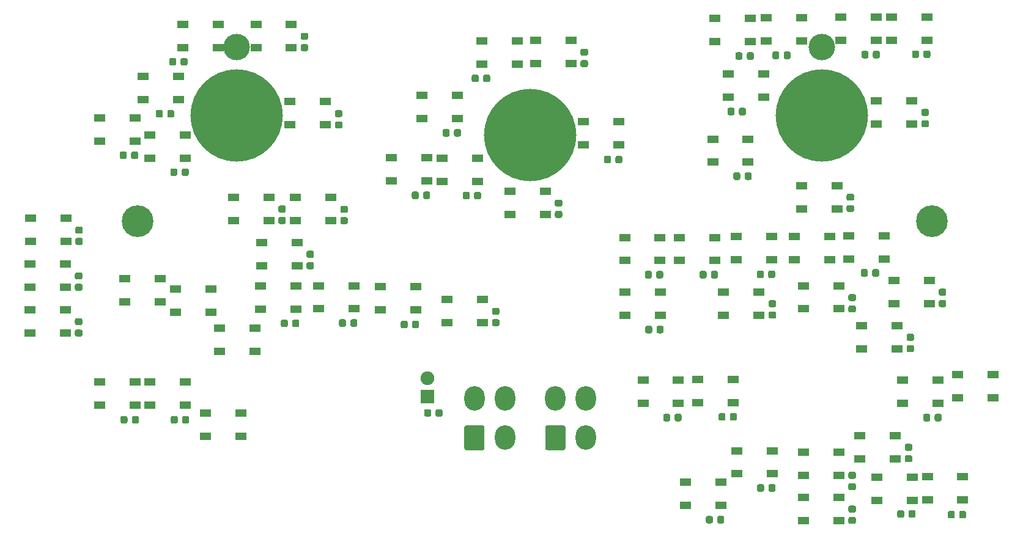
<source format=gbr>
G04 #@! TF.GenerationSoftware,KiCad,Pcbnew,(5.1.6)-1*
G04 #@! TF.CreationDate,2021-02-10T23:01:56+11:00*
G04 #@! TF.ProjectId,SNSR Panel PCB V2,534e5352-2050-4616-9e65-6c2050434220,rev?*
G04 #@! TF.SameCoordinates,Original*
G04 #@! TF.FileFunction,Soldermask,Top*
G04 #@! TF.FilePolarity,Negative*
%FSLAX46Y46*%
G04 Gerber Fmt 4.6, Leading zero omitted, Abs format (unit mm)*
G04 Created by KiCad (PCBNEW (5.1.6)-1) date 2021-02-10 23:01:56*
%MOMM*%
%LPD*%
G01*
G04 APERTURE LIST*
%ADD10C,12.800000*%
%ADD11C,3.672000*%
%ADD12C,4.400000*%
%ADD13O,2.800000X3.400000*%
%ADD14R,1.600000X1.100000*%
%ADD15C,1.900000*%
%ADD16R,1.900000X1.900000*%
G04 APERTURE END LIST*
D10*
G04 #@! TO.C,5*
X192283259Y-65457402D03*
X192283259Y-65457402D03*
D11*
X192283259Y-55932402D03*
G04 #@! TD*
D10*
G04 #@! TO.C,4*
X151897259Y-68124402D03*
G04 #@! TD*
G04 #@! TO.C,3*
X111257259Y-65457402D03*
X111257259Y-65457402D03*
D11*
X111257259Y-55932402D03*
G04 #@! TD*
D12*
G04 #@! TO.C,2*
X97541259Y-80062402D03*
G04 #@! TD*
G04 #@! TO.C,1*
X207523258Y-80062402D03*
G04 #@! TD*
G04 #@! TO.C,C53*
G36*
G01*
X171912000Y-107581250D02*
X171912000Y-107018750D01*
G75*
G02*
X172155750Y-106775000I243750J0D01*
G01*
X172643250Y-106775000D01*
G75*
G02*
X172887000Y-107018750I0J-243750D01*
G01*
X172887000Y-107581250D01*
G75*
G02*
X172643250Y-107825000I-243750J0D01*
G01*
X172155750Y-107825000D01*
G75*
G02*
X171912000Y-107581250I0J243750D01*
G01*
G37*
G36*
G01*
X170337000Y-107581250D02*
X170337000Y-107018750D01*
G75*
G02*
X170580750Y-106775000I243750J0D01*
G01*
X171068250Y-106775000D01*
G75*
G02*
X171312000Y-107018750I0J-243750D01*
G01*
X171312000Y-107581250D01*
G75*
G02*
X171068250Y-107825000I-243750J0D01*
G01*
X170580750Y-107825000D01*
G75*
G02*
X170337000Y-107581250I0J243750D01*
G01*
G37*
G04 #@! TD*
G04 #@! TO.C,C52*
G36*
G01*
X179562000Y-107481250D02*
X179562000Y-106918750D01*
G75*
G02*
X179805750Y-106675000I243750J0D01*
G01*
X180293250Y-106675000D01*
G75*
G02*
X180537000Y-106918750I0J-243750D01*
G01*
X180537000Y-107481250D01*
G75*
G02*
X180293250Y-107725000I-243750J0D01*
G01*
X179805750Y-107725000D01*
G75*
G02*
X179562000Y-107481250I0J243750D01*
G01*
G37*
G36*
G01*
X177987000Y-107481250D02*
X177987000Y-106918750D01*
G75*
G02*
X178230750Y-106675000I243750J0D01*
G01*
X178718250Y-106675000D01*
G75*
G02*
X178962000Y-106918750I0J-243750D01*
G01*
X178962000Y-107481250D01*
G75*
G02*
X178718250Y-107725000I-243750J0D01*
G01*
X178230750Y-107725000D01*
G75*
G02*
X177987000Y-107481250I0J243750D01*
G01*
G37*
G04 #@! TD*
G04 #@! TO.C,C51*
G36*
G01*
X196218750Y-121062000D02*
X196781250Y-121062000D01*
G75*
G02*
X197025000Y-121305750I0J-243750D01*
G01*
X197025000Y-121793250D01*
G75*
G02*
X196781250Y-122037000I-243750J0D01*
G01*
X196218750Y-122037000D01*
G75*
G02*
X195975000Y-121793250I0J243750D01*
G01*
X195975000Y-121305750D01*
G75*
G02*
X196218750Y-121062000I243750J0D01*
G01*
G37*
G36*
G01*
X196218750Y-119487000D02*
X196781250Y-119487000D01*
G75*
G02*
X197025000Y-119730750I0J-243750D01*
G01*
X197025000Y-120218250D01*
G75*
G02*
X196781250Y-120462000I-243750J0D01*
G01*
X196218750Y-120462000D01*
G75*
G02*
X195975000Y-120218250I0J243750D01*
G01*
X195975000Y-119730750D01*
G75*
G02*
X196218750Y-119487000I243750J0D01*
G01*
G37*
G04 #@! TD*
G04 #@! TO.C,C50*
G36*
G01*
X177812000Y-121731250D02*
X177812000Y-121168750D01*
G75*
G02*
X178055750Y-120925000I243750J0D01*
G01*
X178543250Y-120925000D01*
G75*
G02*
X178787000Y-121168750I0J-243750D01*
G01*
X178787000Y-121731250D01*
G75*
G02*
X178543250Y-121975000I-243750J0D01*
G01*
X178055750Y-121975000D01*
G75*
G02*
X177812000Y-121731250I0J243750D01*
G01*
G37*
G36*
G01*
X176237000Y-121731250D02*
X176237000Y-121168750D01*
G75*
G02*
X176480750Y-120925000I243750J0D01*
G01*
X176968250Y-120925000D01*
G75*
G02*
X177212000Y-121168750I0J-243750D01*
G01*
X177212000Y-121731250D01*
G75*
G02*
X176968250Y-121975000I-243750J0D01*
G01*
X176480750Y-121975000D01*
G75*
G02*
X176237000Y-121731250I0J243750D01*
G01*
G37*
G04 #@! TD*
G04 #@! TO.C,C49*
G36*
G01*
X196781250Y-115788000D02*
X196218750Y-115788000D01*
G75*
G02*
X195975000Y-115544250I0J243750D01*
G01*
X195975000Y-115056750D01*
G75*
G02*
X196218750Y-114813000I243750J0D01*
G01*
X196781250Y-114813000D01*
G75*
G02*
X197025000Y-115056750I0J-243750D01*
G01*
X197025000Y-115544250D01*
G75*
G02*
X196781250Y-115788000I-243750J0D01*
G01*
G37*
G36*
G01*
X196781250Y-117363000D02*
X196218750Y-117363000D01*
G75*
G02*
X195975000Y-117119250I0J243750D01*
G01*
X195975000Y-116631750D01*
G75*
G02*
X196218750Y-116388000I243750J0D01*
G01*
X196781250Y-116388000D01*
G75*
G02*
X197025000Y-116631750I0J-243750D01*
G01*
X197025000Y-117119250D01*
G75*
G02*
X196781250Y-117363000I-243750J0D01*
G01*
G37*
G04 #@! TD*
G04 #@! TO.C,C48*
G36*
G01*
X204312000Y-120931250D02*
X204312000Y-120368750D01*
G75*
G02*
X204555750Y-120125000I243750J0D01*
G01*
X205043250Y-120125000D01*
G75*
G02*
X205287000Y-120368750I0J-243750D01*
G01*
X205287000Y-120931250D01*
G75*
G02*
X205043250Y-121175000I-243750J0D01*
G01*
X204555750Y-121175000D01*
G75*
G02*
X204312000Y-120931250I0J243750D01*
G01*
G37*
G36*
G01*
X202737000Y-120931250D02*
X202737000Y-120368750D01*
G75*
G02*
X202980750Y-120125000I243750J0D01*
G01*
X203468250Y-120125000D01*
G75*
G02*
X203712000Y-120368750I0J-243750D01*
G01*
X203712000Y-120931250D01*
G75*
G02*
X203468250Y-121175000I-243750J0D01*
G01*
X202980750Y-121175000D01*
G75*
G02*
X202737000Y-120931250I0J243750D01*
G01*
G37*
G04 #@! TD*
G04 #@! TO.C,C47*
G36*
G01*
X184912000Y-117331250D02*
X184912000Y-116768750D01*
G75*
G02*
X185155750Y-116525000I243750J0D01*
G01*
X185643250Y-116525000D01*
G75*
G02*
X185887000Y-116768750I0J-243750D01*
G01*
X185887000Y-117331250D01*
G75*
G02*
X185643250Y-117575000I-243750J0D01*
G01*
X185155750Y-117575000D01*
G75*
G02*
X184912000Y-117331250I0J243750D01*
G01*
G37*
G36*
G01*
X183337000Y-117331250D02*
X183337000Y-116768750D01*
G75*
G02*
X183580750Y-116525000I243750J0D01*
G01*
X184068250Y-116525000D01*
G75*
G02*
X184312000Y-116768750I0J-243750D01*
G01*
X184312000Y-117331250D01*
G75*
G02*
X184068250Y-117575000I-243750J0D01*
G01*
X183580750Y-117575000D01*
G75*
G02*
X183337000Y-117331250I0J243750D01*
G01*
G37*
G04 #@! TD*
G04 #@! TO.C,C46*
G36*
G01*
X204018750Y-112512000D02*
X204581250Y-112512000D01*
G75*
G02*
X204825000Y-112755750I0J-243750D01*
G01*
X204825000Y-113243250D01*
G75*
G02*
X204581250Y-113487000I-243750J0D01*
G01*
X204018750Y-113487000D01*
G75*
G02*
X203775000Y-113243250I0J243750D01*
G01*
X203775000Y-112755750D01*
G75*
G02*
X204018750Y-112512000I243750J0D01*
G01*
G37*
G36*
G01*
X204018750Y-110937000D02*
X204581250Y-110937000D01*
G75*
G02*
X204825000Y-111180750I0J-243750D01*
G01*
X204825000Y-111668250D01*
G75*
G02*
X204581250Y-111912000I-243750J0D01*
G01*
X204018750Y-111912000D01*
G75*
G02*
X203775000Y-111668250I0J243750D01*
G01*
X203775000Y-111180750D01*
G75*
G02*
X204018750Y-110937000I243750J0D01*
G01*
G37*
G04 #@! TD*
G04 #@! TO.C,C45*
G36*
G01*
X211312000Y-121031250D02*
X211312000Y-120468750D01*
G75*
G02*
X211555750Y-120225000I243750J0D01*
G01*
X212043250Y-120225000D01*
G75*
G02*
X212287000Y-120468750I0J-243750D01*
G01*
X212287000Y-121031250D01*
G75*
G02*
X212043250Y-121275000I-243750J0D01*
G01*
X211555750Y-121275000D01*
G75*
G02*
X211312000Y-121031250I0J243750D01*
G01*
G37*
G36*
G01*
X209737000Y-121031250D02*
X209737000Y-120468750D01*
G75*
G02*
X209980750Y-120225000I243750J0D01*
G01*
X210468250Y-120225000D01*
G75*
G02*
X210712000Y-120468750I0J-243750D01*
G01*
X210712000Y-121031250D01*
G75*
G02*
X210468250Y-121275000I-243750J0D01*
G01*
X209980750Y-121275000D01*
G75*
G02*
X209737000Y-121031250I0J243750D01*
G01*
G37*
G04 #@! TD*
G04 #@! TO.C,C44*
G36*
G01*
X207912000Y-107581250D02*
X207912000Y-107018750D01*
G75*
G02*
X208155750Y-106775000I243750J0D01*
G01*
X208643250Y-106775000D01*
G75*
G02*
X208887000Y-107018750I0J-243750D01*
G01*
X208887000Y-107581250D01*
G75*
G02*
X208643250Y-107825000I-243750J0D01*
G01*
X208155750Y-107825000D01*
G75*
G02*
X207912000Y-107581250I0J243750D01*
G01*
G37*
G36*
G01*
X206337000Y-107581250D02*
X206337000Y-107018750D01*
G75*
G02*
X206580750Y-106775000I243750J0D01*
G01*
X207068250Y-106775000D01*
G75*
G02*
X207312000Y-107018750I0J-243750D01*
G01*
X207312000Y-107581250D01*
G75*
G02*
X207068250Y-107825000I-243750J0D01*
G01*
X206580750Y-107825000D01*
G75*
G02*
X206337000Y-107581250I0J243750D01*
G01*
G37*
G04 #@! TD*
G04 #@! TO.C,C43*
G36*
G01*
X196218750Y-91762500D02*
X196781250Y-91762500D01*
G75*
G02*
X197025000Y-92006250I0J-243750D01*
G01*
X197025000Y-92493750D01*
G75*
G02*
X196781250Y-92737500I-243750J0D01*
G01*
X196218750Y-92737500D01*
G75*
G02*
X195975000Y-92493750I0J243750D01*
G01*
X195975000Y-92006250D01*
G75*
G02*
X196218750Y-91762500I243750J0D01*
G01*
G37*
G36*
G01*
X196218750Y-90187500D02*
X196781250Y-90187500D01*
G75*
G02*
X197025000Y-90431250I0J-243750D01*
G01*
X197025000Y-90918750D01*
G75*
G02*
X196781250Y-91162500I-243750J0D01*
G01*
X196218750Y-91162500D01*
G75*
G02*
X195975000Y-90918750I0J243750D01*
G01*
X195975000Y-90431250D01*
G75*
G02*
X196218750Y-90187500I243750J0D01*
G01*
G37*
G04 #@! TD*
G04 #@! TO.C,C42*
G36*
G01*
X204268750Y-97262500D02*
X204831250Y-97262500D01*
G75*
G02*
X205075000Y-97506250I0J-243750D01*
G01*
X205075000Y-97993750D01*
G75*
G02*
X204831250Y-98237500I-243750J0D01*
G01*
X204268750Y-98237500D01*
G75*
G02*
X204025000Y-97993750I0J243750D01*
G01*
X204025000Y-97506250D01*
G75*
G02*
X204268750Y-97262500I243750J0D01*
G01*
G37*
G36*
G01*
X204268750Y-95687500D02*
X204831250Y-95687500D01*
G75*
G02*
X205075000Y-95931250I0J-243750D01*
G01*
X205075000Y-96418750D01*
G75*
G02*
X204831250Y-96662500I-243750J0D01*
G01*
X204268750Y-96662500D01*
G75*
G02*
X204025000Y-96418750I0J243750D01*
G01*
X204025000Y-95931250D01*
G75*
G02*
X204268750Y-95687500I243750J0D01*
G01*
G37*
G04 #@! TD*
G04 #@! TO.C,C41*
G36*
G01*
X208718750Y-91012500D02*
X209281250Y-91012500D01*
G75*
G02*
X209525000Y-91256250I0J-243750D01*
G01*
X209525000Y-91743750D01*
G75*
G02*
X209281250Y-91987500I-243750J0D01*
G01*
X208718750Y-91987500D01*
G75*
G02*
X208475000Y-91743750I0J243750D01*
G01*
X208475000Y-91256250D01*
G75*
G02*
X208718750Y-91012500I243750J0D01*
G01*
G37*
G36*
G01*
X208718750Y-89437500D02*
X209281250Y-89437500D01*
G75*
G02*
X209525000Y-89681250I0J-243750D01*
G01*
X209525000Y-90168750D01*
G75*
G02*
X209281250Y-90412500I-243750J0D01*
G01*
X208718750Y-90412500D01*
G75*
G02*
X208475000Y-90168750I0J243750D01*
G01*
X208475000Y-89681250D01*
G75*
G02*
X208718750Y-89437500I243750J0D01*
G01*
G37*
G04 #@! TD*
G04 #@! TO.C,C40*
G36*
G01*
X199262000Y-87531250D02*
X199262000Y-86968750D01*
G75*
G02*
X199505750Y-86725000I243750J0D01*
G01*
X199993250Y-86725000D01*
G75*
G02*
X200237000Y-86968750I0J-243750D01*
G01*
X200237000Y-87531250D01*
G75*
G02*
X199993250Y-87775000I-243750J0D01*
G01*
X199505750Y-87775000D01*
G75*
G02*
X199262000Y-87531250I0J243750D01*
G01*
G37*
G36*
G01*
X197687000Y-87531250D02*
X197687000Y-86968750D01*
G75*
G02*
X197930750Y-86725000I243750J0D01*
G01*
X198418250Y-86725000D01*
G75*
G02*
X198662000Y-86968750I0J-243750D01*
G01*
X198662000Y-87531250D01*
G75*
G02*
X198418250Y-87775000I-243750J0D01*
G01*
X197930750Y-87775000D01*
G75*
G02*
X197687000Y-87531250I0J243750D01*
G01*
G37*
G04 #@! TD*
G04 #@! TO.C,C39*
G36*
G01*
X185168750Y-92612500D02*
X185731250Y-92612500D01*
G75*
G02*
X185975000Y-92856250I0J-243750D01*
G01*
X185975000Y-93343750D01*
G75*
G02*
X185731250Y-93587500I-243750J0D01*
G01*
X185168750Y-93587500D01*
G75*
G02*
X184925000Y-93343750I0J243750D01*
G01*
X184925000Y-92856250D01*
G75*
G02*
X185168750Y-92612500I243750J0D01*
G01*
G37*
G36*
G01*
X185168750Y-91037500D02*
X185731250Y-91037500D01*
G75*
G02*
X185975000Y-91281250I0J-243750D01*
G01*
X185975000Y-91768750D01*
G75*
G02*
X185731250Y-92012500I-243750J0D01*
G01*
X185168750Y-92012500D01*
G75*
G02*
X184925000Y-91768750I0J243750D01*
G01*
X184925000Y-91281250D01*
G75*
G02*
X185168750Y-91037500I243750J0D01*
G01*
G37*
G04 #@! TD*
G04 #@! TO.C,C38*
G36*
G01*
X184862000Y-87731250D02*
X184862000Y-87168750D01*
G75*
G02*
X185105750Y-86925000I243750J0D01*
G01*
X185593250Y-86925000D01*
G75*
G02*
X185837000Y-87168750I0J-243750D01*
G01*
X185837000Y-87731250D01*
G75*
G02*
X185593250Y-87975000I-243750J0D01*
G01*
X185105750Y-87975000D01*
G75*
G02*
X184862000Y-87731250I0J243750D01*
G01*
G37*
G36*
G01*
X183287000Y-87731250D02*
X183287000Y-87168750D01*
G75*
G02*
X183530750Y-86925000I243750J0D01*
G01*
X184018250Y-86925000D01*
G75*
G02*
X184262000Y-87168750I0J-243750D01*
G01*
X184262000Y-87731250D01*
G75*
G02*
X184018250Y-87975000I-243750J0D01*
G01*
X183530750Y-87975000D01*
G75*
G02*
X183287000Y-87731250I0J243750D01*
G01*
G37*
G04 #@! TD*
G04 #@! TO.C,C37*
G36*
G01*
X176938000Y-87781250D02*
X176938000Y-87218750D01*
G75*
G02*
X177181750Y-86975000I243750J0D01*
G01*
X177669250Y-86975000D01*
G75*
G02*
X177913000Y-87218750I0J-243750D01*
G01*
X177913000Y-87781250D01*
G75*
G02*
X177669250Y-88025000I-243750J0D01*
G01*
X177181750Y-88025000D01*
G75*
G02*
X176938000Y-87781250I0J243750D01*
G01*
G37*
G36*
G01*
X175363000Y-87781250D02*
X175363000Y-87218750D01*
G75*
G02*
X175606750Y-86975000I243750J0D01*
G01*
X176094250Y-86975000D01*
G75*
G02*
X176338000Y-87218750I0J-243750D01*
G01*
X176338000Y-87781250D01*
G75*
G02*
X176094250Y-88025000I-243750J0D01*
G01*
X175606750Y-88025000D01*
G75*
G02*
X175363000Y-87781250I0J243750D01*
G01*
G37*
G04 #@! TD*
G04 #@! TO.C,C36*
G36*
G01*
X187012000Y-57381250D02*
X187012000Y-56818750D01*
G75*
G02*
X187255750Y-56575000I243750J0D01*
G01*
X187743250Y-56575000D01*
G75*
G02*
X187987000Y-56818750I0J-243750D01*
G01*
X187987000Y-57381250D01*
G75*
G02*
X187743250Y-57625000I-243750J0D01*
G01*
X187255750Y-57625000D01*
G75*
G02*
X187012000Y-57381250I0J243750D01*
G01*
G37*
G36*
G01*
X185437000Y-57381250D02*
X185437000Y-56818750D01*
G75*
G02*
X185680750Y-56575000I243750J0D01*
G01*
X186168250Y-56575000D01*
G75*
G02*
X186412000Y-56818750I0J-243750D01*
G01*
X186412000Y-57381250D01*
G75*
G02*
X186168250Y-57625000I-243750J0D01*
G01*
X185680750Y-57625000D01*
G75*
G02*
X185437000Y-57381250I0J243750D01*
G01*
G37*
G04 #@! TD*
G04 #@! TO.C,C35*
G36*
G01*
X199362000Y-57281250D02*
X199362000Y-56718750D01*
G75*
G02*
X199605750Y-56475000I243750J0D01*
G01*
X200093250Y-56475000D01*
G75*
G02*
X200337000Y-56718750I0J-243750D01*
G01*
X200337000Y-57281250D01*
G75*
G02*
X200093250Y-57525000I-243750J0D01*
G01*
X199605750Y-57525000D01*
G75*
G02*
X199362000Y-57281250I0J243750D01*
G01*
G37*
G36*
G01*
X197787000Y-57281250D02*
X197787000Y-56718750D01*
G75*
G02*
X198030750Y-56475000I243750J0D01*
G01*
X198518250Y-56475000D01*
G75*
G02*
X198762000Y-56718750I0J-243750D01*
G01*
X198762000Y-57281250D01*
G75*
G02*
X198518250Y-57525000I-243750J0D01*
G01*
X198030750Y-57525000D01*
G75*
G02*
X197787000Y-57281250I0J243750D01*
G01*
G37*
G04 #@! TD*
G04 #@! TO.C,C34*
G36*
G01*
X181912000Y-57481250D02*
X181912000Y-56918750D01*
G75*
G02*
X182155750Y-56675000I243750J0D01*
G01*
X182643250Y-56675000D01*
G75*
G02*
X182887000Y-56918750I0J-243750D01*
G01*
X182887000Y-57481250D01*
G75*
G02*
X182643250Y-57725000I-243750J0D01*
G01*
X182155750Y-57725000D01*
G75*
G02*
X181912000Y-57481250I0J243750D01*
G01*
G37*
G36*
G01*
X180337000Y-57481250D02*
X180337000Y-56918750D01*
G75*
G02*
X180580750Y-56675000I243750J0D01*
G01*
X181068250Y-56675000D01*
G75*
G02*
X181312000Y-56918750I0J-243750D01*
G01*
X181312000Y-57481250D01*
G75*
G02*
X181068250Y-57725000I-243750J0D01*
G01*
X180580750Y-57725000D01*
G75*
G02*
X180337000Y-57481250I0J243750D01*
G01*
G37*
G04 #@! TD*
G04 #@! TO.C,C33*
G36*
G01*
X206318750Y-66112500D02*
X206881250Y-66112500D01*
G75*
G02*
X207125000Y-66356250I0J-243750D01*
G01*
X207125000Y-66843750D01*
G75*
G02*
X206881250Y-67087500I-243750J0D01*
G01*
X206318750Y-67087500D01*
G75*
G02*
X206075000Y-66843750I0J243750D01*
G01*
X206075000Y-66356250D01*
G75*
G02*
X206318750Y-66112500I243750J0D01*
G01*
G37*
G36*
G01*
X206318750Y-64537500D02*
X206881250Y-64537500D01*
G75*
G02*
X207125000Y-64781250I0J-243750D01*
G01*
X207125000Y-65268750D01*
G75*
G02*
X206881250Y-65512500I-243750J0D01*
G01*
X206318750Y-65512500D01*
G75*
G02*
X206075000Y-65268750I0J243750D01*
G01*
X206075000Y-64781250D01*
G75*
G02*
X206318750Y-64537500I243750J0D01*
G01*
G37*
G04 #@! TD*
G04 #@! TO.C,C32*
G36*
G01*
X195968750Y-77850000D02*
X196531250Y-77850000D01*
G75*
G02*
X196775000Y-78093750I0J-243750D01*
G01*
X196775000Y-78581250D01*
G75*
G02*
X196531250Y-78825000I-243750J0D01*
G01*
X195968750Y-78825000D01*
G75*
G02*
X195725000Y-78581250I0J243750D01*
G01*
X195725000Y-78093750D01*
G75*
G02*
X195968750Y-77850000I243750J0D01*
G01*
G37*
G36*
G01*
X195968750Y-76275000D02*
X196531250Y-76275000D01*
G75*
G02*
X196775000Y-76518750I0J-243750D01*
G01*
X196775000Y-77006250D01*
G75*
G02*
X196531250Y-77250000I-243750J0D01*
G01*
X195968750Y-77250000D01*
G75*
G02*
X195725000Y-77006250I0J243750D01*
G01*
X195725000Y-76518750D01*
G75*
G02*
X195968750Y-76275000I243750J0D01*
G01*
G37*
G04 #@! TD*
G04 #@! TO.C,C31*
G36*
G01*
X181612000Y-74131250D02*
X181612000Y-73568750D01*
G75*
G02*
X181855750Y-73325000I243750J0D01*
G01*
X182343250Y-73325000D01*
G75*
G02*
X182587000Y-73568750I0J-243750D01*
G01*
X182587000Y-74131250D01*
G75*
G02*
X182343250Y-74375000I-243750J0D01*
G01*
X181855750Y-74375000D01*
G75*
G02*
X181612000Y-74131250I0J243750D01*
G01*
G37*
G36*
G01*
X180037000Y-74131250D02*
X180037000Y-73568750D01*
G75*
G02*
X180280750Y-73325000I243750J0D01*
G01*
X180768250Y-73325000D01*
G75*
G02*
X181012000Y-73568750I0J-243750D01*
G01*
X181012000Y-74131250D01*
G75*
G02*
X180768250Y-74375000I-243750J0D01*
G01*
X180280750Y-74375000D01*
G75*
G02*
X180037000Y-74131250I0J243750D01*
G01*
G37*
G04 #@! TD*
G04 #@! TO.C,C30*
G36*
G01*
X180812000Y-65181250D02*
X180812000Y-64618750D01*
G75*
G02*
X181055750Y-64375000I243750J0D01*
G01*
X181543250Y-64375000D01*
G75*
G02*
X181787000Y-64618750I0J-243750D01*
G01*
X181787000Y-65181250D01*
G75*
G02*
X181543250Y-65425000I-243750J0D01*
G01*
X181055750Y-65425000D01*
G75*
G02*
X180812000Y-65181250I0J243750D01*
G01*
G37*
G36*
G01*
X179237000Y-65181250D02*
X179237000Y-64618750D01*
G75*
G02*
X179480750Y-64375000I243750J0D01*
G01*
X179968250Y-64375000D01*
G75*
G02*
X180212000Y-64618750I0J-243750D01*
G01*
X180212000Y-65181250D01*
G75*
G02*
X179968250Y-65425000I-243750J0D01*
G01*
X179480750Y-65425000D01*
G75*
G02*
X179237000Y-65181250I0J243750D01*
G01*
G37*
G04 #@! TD*
G04 #@! TO.C,C29*
G36*
G01*
X145400000Y-60581250D02*
X145400000Y-60018750D01*
G75*
G02*
X145643750Y-59775000I243750J0D01*
G01*
X146131250Y-59775000D01*
G75*
G02*
X146375000Y-60018750I0J-243750D01*
G01*
X146375000Y-60581250D01*
G75*
G02*
X146131250Y-60825000I-243750J0D01*
G01*
X145643750Y-60825000D01*
G75*
G02*
X145400000Y-60581250I0J243750D01*
G01*
G37*
G36*
G01*
X143825000Y-60581250D02*
X143825000Y-60018750D01*
G75*
G02*
X144068750Y-59775000I243750J0D01*
G01*
X144556250Y-59775000D01*
G75*
G02*
X144800000Y-60018750I0J-243750D01*
G01*
X144800000Y-60581250D01*
G75*
G02*
X144556250Y-60825000I-243750J0D01*
G01*
X144068750Y-60825000D01*
G75*
G02*
X143825000Y-60581250I0J243750D01*
G01*
G37*
G04 #@! TD*
G04 #@! TO.C,C28*
G36*
G01*
X206362000Y-57231250D02*
X206362000Y-56668750D01*
G75*
G02*
X206605750Y-56425000I243750J0D01*
G01*
X207093250Y-56425000D01*
G75*
G02*
X207337000Y-56668750I0J-243750D01*
G01*
X207337000Y-57231250D01*
G75*
G02*
X207093250Y-57475000I-243750J0D01*
G01*
X206605750Y-57475000D01*
G75*
G02*
X206362000Y-57231250I0J243750D01*
G01*
G37*
G36*
G01*
X204787000Y-57231250D02*
X204787000Y-56668750D01*
G75*
G02*
X205030750Y-56425000I243750J0D01*
G01*
X205518250Y-56425000D01*
G75*
G02*
X205762000Y-56668750I0J-243750D01*
G01*
X205762000Y-57231250D01*
G75*
G02*
X205518250Y-57475000I-243750J0D01*
G01*
X205030750Y-57475000D01*
G75*
G02*
X204787000Y-57231250I0J243750D01*
G01*
G37*
G04 #@! TD*
G04 #@! TO.C,C27*
G36*
G01*
X169362000Y-87781250D02*
X169362000Y-87218750D01*
G75*
G02*
X169605750Y-86975000I243750J0D01*
G01*
X170093250Y-86975000D01*
G75*
G02*
X170337000Y-87218750I0J-243750D01*
G01*
X170337000Y-87781250D01*
G75*
G02*
X170093250Y-88025000I-243750J0D01*
G01*
X169605750Y-88025000D01*
G75*
G02*
X169362000Y-87781250I0J243750D01*
G01*
G37*
G36*
G01*
X167787000Y-87781250D02*
X167787000Y-87218750D01*
G75*
G02*
X168030750Y-86975000I243750J0D01*
G01*
X168518250Y-86975000D01*
G75*
G02*
X168762000Y-87218750I0J-243750D01*
G01*
X168762000Y-87781250D01*
G75*
G02*
X168518250Y-88025000I-243750J0D01*
G01*
X168030750Y-88025000D01*
G75*
G02*
X167787000Y-87781250I0J243750D01*
G01*
G37*
G04 #@! TD*
G04 #@! TO.C,C26*
G36*
G01*
X144150000Y-76831250D02*
X144150000Y-76268750D01*
G75*
G02*
X144393750Y-76025000I243750J0D01*
G01*
X144881250Y-76025000D01*
G75*
G02*
X145125000Y-76268750I0J-243750D01*
G01*
X145125000Y-76831250D01*
G75*
G02*
X144881250Y-77075000I-243750J0D01*
G01*
X144393750Y-77075000D01*
G75*
G02*
X144150000Y-76831250I0J243750D01*
G01*
G37*
G36*
G01*
X142575000Y-76831250D02*
X142575000Y-76268750D01*
G75*
G02*
X142818750Y-76025000I243750J0D01*
G01*
X143306250Y-76025000D01*
G75*
G02*
X143550000Y-76268750I0J-243750D01*
G01*
X143550000Y-76831250D01*
G75*
G02*
X143306250Y-77075000I-243750J0D01*
G01*
X142818750Y-77075000D01*
G75*
G02*
X142575000Y-76831250I0J243750D01*
G01*
G37*
G04 #@! TD*
G04 #@! TO.C,C25*
G36*
G01*
X169412000Y-95381250D02*
X169412000Y-94818750D01*
G75*
G02*
X169655750Y-94575000I243750J0D01*
G01*
X170143250Y-94575000D01*
G75*
G02*
X170387000Y-94818750I0J-243750D01*
G01*
X170387000Y-95381250D01*
G75*
G02*
X170143250Y-95625000I-243750J0D01*
G01*
X169655750Y-95625000D01*
G75*
G02*
X169412000Y-95381250I0J243750D01*
G01*
G37*
G36*
G01*
X167837000Y-95381250D02*
X167837000Y-94818750D01*
G75*
G02*
X168080750Y-94575000I243750J0D01*
G01*
X168568250Y-94575000D01*
G75*
G02*
X168812000Y-94818750I0J-243750D01*
G01*
X168812000Y-95381250D01*
G75*
G02*
X168568250Y-95625000I-243750J0D01*
G01*
X168080750Y-95625000D01*
G75*
G02*
X167837000Y-95381250I0J243750D01*
G01*
G37*
G04 #@! TD*
G04 #@! TO.C,C24*
G36*
G01*
X163712000Y-71831250D02*
X163712000Y-71268750D01*
G75*
G02*
X163955750Y-71025000I243750J0D01*
G01*
X164443250Y-71025000D01*
G75*
G02*
X164687000Y-71268750I0J-243750D01*
G01*
X164687000Y-71831250D01*
G75*
G02*
X164443250Y-72075000I-243750J0D01*
G01*
X163955750Y-72075000D01*
G75*
G02*
X163712000Y-71831250I0J243750D01*
G01*
G37*
G36*
G01*
X162137000Y-71831250D02*
X162137000Y-71268750D01*
G75*
G02*
X162380750Y-71025000I243750J0D01*
G01*
X162868250Y-71025000D01*
G75*
G02*
X163112000Y-71268750I0J-243750D01*
G01*
X163112000Y-71831250D01*
G75*
G02*
X162868250Y-72075000I-243750J0D01*
G01*
X162380750Y-72075000D01*
G75*
G02*
X162137000Y-71831250I0J243750D01*
G01*
G37*
G04 #@! TD*
G04 #@! TO.C,C23*
G36*
G01*
X159118750Y-57762500D02*
X159681250Y-57762500D01*
G75*
G02*
X159925000Y-58006250I0J-243750D01*
G01*
X159925000Y-58493750D01*
G75*
G02*
X159681250Y-58737500I-243750J0D01*
G01*
X159118750Y-58737500D01*
G75*
G02*
X158875000Y-58493750I0J243750D01*
G01*
X158875000Y-58006250D01*
G75*
G02*
X159118750Y-57762500I243750J0D01*
G01*
G37*
G36*
G01*
X159118750Y-56187500D02*
X159681250Y-56187500D01*
G75*
G02*
X159925000Y-56431250I0J-243750D01*
G01*
X159925000Y-56918750D01*
G75*
G02*
X159681250Y-57162500I-243750J0D01*
G01*
X159118750Y-57162500D01*
G75*
G02*
X158875000Y-56918750I0J243750D01*
G01*
X158875000Y-56431250D01*
G75*
G02*
X159118750Y-56187500I243750J0D01*
G01*
G37*
G04 #@! TD*
G04 #@! TO.C,C22*
G36*
G01*
X137088000Y-76781250D02*
X137088000Y-76218750D01*
G75*
G02*
X137331750Y-75975000I243750J0D01*
G01*
X137819250Y-75975000D01*
G75*
G02*
X138063000Y-76218750I0J-243750D01*
G01*
X138063000Y-76781250D01*
G75*
G02*
X137819250Y-77025000I-243750J0D01*
G01*
X137331750Y-77025000D01*
G75*
G02*
X137088000Y-76781250I0J243750D01*
G01*
G37*
G36*
G01*
X135513000Y-76781250D02*
X135513000Y-76218750D01*
G75*
G02*
X135756750Y-75975000I243750J0D01*
G01*
X136244250Y-75975000D01*
G75*
G02*
X136488000Y-76218750I0J-243750D01*
G01*
X136488000Y-76781250D01*
G75*
G02*
X136244250Y-77025000I-243750J0D01*
G01*
X135756750Y-77025000D01*
G75*
G02*
X135513000Y-76781250I0J243750D01*
G01*
G37*
G04 #@! TD*
G04 #@! TO.C,C21*
G36*
G01*
X141362000Y-68131250D02*
X141362000Y-67568750D01*
G75*
G02*
X141605750Y-67325000I243750J0D01*
G01*
X142093250Y-67325000D01*
G75*
G02*
X142337000Y-67568750I0J-243750D01*
G01*
X142337000Y-68131250D01*
G75*
G02*
X142093250Y-68375000I-243750J0D01*
G01*
X141605750Y-68375000D01*
G75*
G02*
X141362000Y-68131250I0J243750D01*
G01*
G37*
G36*
G01*
X139787000Y-68131250D02*
X139787000Y-67568750D01*
G75*
G02*
X140030750Y-67325000I243750J0D01*
G01*
X140518250Y-67325000D01*
G75*
G02*
X140762000Y-67568750I0J-243750D01*
G01*
X140762000Y-68131250D01*
G75*
G02*
X140518250Y-68375000I-243750J0D01*
G01*
X140030750Y-68375000D01*
G75*
G02*
X139787000Y-68131250I0J243750D01*
G01*
G37*
G04 #@! TD*
G04 #@! TO.C,C20*
G36*
G01*
X155568750Y-78662500D02*
X156131250Y-78662500D01*
G75*
G02*
X156375000Y-78906250I0J-243750D01*
G01*
X156375000Y-79393750D01*
G75*
G02*
X156131250Y-79637500I-243750J0D01*
G01*
X155568750Y-79637500D01*
G75*
G02*
X155325000Y-79393750I0J243750D01*
G01*
X155325000Y-78906250D01*
G75*
G02*
X155568750Y-78662500I243750J0D01*
G01*
G37*
G36*
G01*
X155568750Y-77087500D02*
X156131250Y-77087500D01*
G75*
G02*
X156375000Y-77331250I0J-243750D01*
G01*
X156375000Y-77818750D01*
G75*
G02*
X156131250Y-78062500I-243750J0D01*
G01*
X155568750Y-78062500D01*
G75*
G02*
X155325000Y-77818750I0J243750D01*
G01*
X155325000Y-77331250D01*
G75*
G02*
X155568750Y-77087500I243750J0D01*
G01*
G37*
G04 #@! TD*
G04 #@! TO.C,R1*
G36*
G01*
X138812000Y-106931250D02*
X138812000Y-106368750D01*
G75*
G02*
X139055750Y-106125000I243750J0D01*
G01*
X139543250Y-106125000D01*
G75*
G02*
X139787000Y-106368750I0J-243750D01*
G01*
X139787000Y-106931250D01*
G75*
G02*
X139543250Y-107175000I-243750J0D01*
G01*
X139055750Y-107175000D01*
G75*
G02*
X138812000Y-106931250I0J243750D01*
G01*
G37*
G36*
G01*
X137237000Y-106931250D02*
X137237000Y-106368750D01*
G75*
G02*
X137480750Y-106125000I243750J0D01*
G01*
X137968250Y-106125000D01*
G75*
G02*
X138212000Y-106368750I0J-243750D01*
G01*
X138212000Y-106931250D01*
G75*
G02*
X137968250Y-107175000I-243750J0D01*
G01*
X137480750Y-107175000D01*
G75*
G02*
X137237000Y-106931250I0J243750D01*
G01*
G37*
G04 #@! TD*
D13*
G04 #@! TO.C,J2*
X148400000Y-104600000D03*
X144200000Y-104600000D03*
X148400000Y-110100000D03*
G36*
G01*
X142800000Y-111540740D02*
X142800000Y-108659260D01*
G75*
G02*
X143059260Y-108400000I259260J0D01*
G01*
X145340740Y-108400000D01*
G75*
G02*
X145600000Y-108659260I0J-259260D01*
G01*
X145600000Y-111540740D01*
G75*
G02*
X145340740Y-111800000I-259260J0D01*
G01*
X143059260Y-111800000D01*
G75*
G02*
X142800000Y-111540740I0J259260D01*
G01*
G37*
G04 #@! TD*
G04 #@! TO.C,J1*
X159600000Y-104600000D03*
X155400000Y-104600000D03*
X159600000Y-110100000D03*
G36*
G01*
X154000000Y-111540740D02*
X154000000Y-108659260D01*
G75*
G02*
X154259260Y-108400000I259260J0D01*
G01*
X156540740Y-108400000D01*
G75*
G02*
X156800000Y-108659260I0J-259260D01*
G01*
X156800000Y-111540740D01*
G75*
G02*
X156540740Y-111800000I-259260J0D01*
G01*
X154259260Y-111800000D01*
G75*
G02*
X154000000Y-111540740I0J259260D01*
G01*
G37*
G04 #@! TD*
G04 #@! TO.C,C19*
G36*
G01*
X96762500Y-107881250D02*
X96762500Y-107318750D01*
G75*
G02*
X97006250Y-107075000I243750J0D01*
G01*
X97493750Y-107075000D01*
G75*
G02*
X97737500Y-107318750I0J-243750D01*
G01*
X97737500Y-107881250D01*
G75*
G02*
X97493750Y-108125000I-243750J0D01*
G01*
X97006250Y-108125000D01*
G75*
G02*
X96762500Y-107881250I0J243750D01*
G01*
G37*
G36*
G01*
X95187500Y-107881250D02*
X95187500Y-107318750D01*
G75*
G02*
X95431250Y-107075000I243750J0D01*
G01*
X95918750Y-107075000D01*
G75*
G02*
X96162500Y-107318750I0J-243750D01*
G01*
X96162500Y-107881250D01*
G75*
G02*
X95918750Y-108125000I-243750J0D01*
G01*
X95431250Y-108125000D01*
G75*
G02*
X95187500Y-107881250I0J243750D01*
G01*
G37*
G04 #@! TD*
G04 #@! TO.C,C18*
G36*
G01*
X103712000Y-107881250D02*
X103712000Y-107318750D01*
G75*
G02*
X103955750Y-107075000I243750J0D01*
G01*
X104443250Y-107075000D01*
G75*
G02*
X104687000Y-107318750I0J-243750D01*
G01*
X104687000Y-107881250D01*
G75*
G02*
X104443250Y-108125000I-243750J0D01*
G01*
X103955750Y-108125000D01*
G75*
G02*
X103712000Y-107881250I0J243750D01*
G01*
G37*
G36*
G01*
X102137000Y-107881250D02*
X102137000Y-107318750D01*
G75*
G02*
X102380750Y-107075000I243750J0D01*
G01*
X102868250Y-107075000D01*
G75*
G02*
X103112000Y-107318750I0J-243750D01*
G01*
X103112000Y-107881250D01*
G75*
G02*
X102868250Y-108125000I-243750J0D01*
G01*
X102380750Y-108125000D01*
G75*
G02*
X102137000Y-107881250I0J243750D01*
G01*
G37*
G04 #@! TD*
G04 #@! TO.C,C17*
G36*
G01*
X118962000Y-94531250D02*
X118962000Y-93968750D01*
G75*
G02*
X119205750Y-93725000I243750J0D01*
G01*
X119693250Y-93725000D01*
G75*
G02*
X119937000Y-93968750I0J-243750D01*
G01*
X119937000Y-94531250D01*
G75*
G02*
X119693250Y-94775000I-243750J0D01*
G01*
X119205750Y-94775000D01*
G75*
G02*
X118962000Y-94531250I0J243750D01*
G01*
G37*
G36*
G01*
X117387000Y-94531250D02*
X117387000Y-93968750D01*
G75*
G02*
X117630750Y-93725000I243750J0D01*
G01*
X118118250Y-93725000D01*
G75*
G02*
X118362000Y-93968750I0J-243750D01*
G01*
X118362000Y-94531250D01*
G75*
G02*
X118118250Y-94775000I-243750J0D01*
G01*
X117630750Y-94775000D01*
G75*
G02*
X117387000Y-94531250I0J243750D01*
G01*
G37*
G04 #@! TD*
G04 #@! TO.C,C16*
G36*
G01*
X127012000Y-94481250D02*
X127012000Y-93918750D01*
G75*
G02*
X127255750Y-93675000I243750J0D01*
G01*
X127743250Y-93675000D01*
G75*
G02*
X127987000Y-93918750I0J-243750D01*
G01*
X127987000Y-94481250D01*
G75*
G02*
X127743250Y-94725000I-243750J0D01*
G01*
X127255750Y-94725000D01*
G75*
G02*
X127012000Y-94481250I0J243750D01*
G01*
G37*
G36*
G01*
X125437000Y-94481250D02*
X125437000Y-93918750D01*
G75*
G02*
X125680750Y-93675000I243750J0D01*
G01*
X126168250Y-93675000D01*
G75*
G02*
X126412000Y-93918750I0J-243750D01*
G01*
X126412000Y-94481250D01*
G75*
G02*
X126168250Y-94725000I-243750J0D01*
G01*
X125680750Y-94725000D01*
G75*
G02*
X125437000Y-94481250I0J243750D01*
G01*
G37*
G04 #@! TD*
G04 #@! TO.C,C15*
G36*
G01*
X121168750Y-85762500D02*
X121731250Y-85762500D01*
G75*
G02*
X121975000Y-86006250I0J-243750D01*
G01*
X121975000Y-86493750D01*
G75*
G02*
X121731250Y-86737500I-243750J0D01*
G01*
X121168750Y-86737500D01*
G75*
G02*
X120925000Y-86493750I0J243750D01*
G01*
X120925000Y-86006250D01*
G75*
G02*
X121168750Y-85762500I243750J0D01*
G01*
G37*
G36*
G01*
X121168750Y-84187500D02*
X121731250Y-84187500D01*
G75*
G02*
X121975000Y-84431250I0J-243750D01*
G01*
X121975000Y-84918750D01*
G75*
G02*
X121731250Y-85162500I-243750J0D01*
G01*
X121168750Y-85162500D01*
G75*
G02*
X120925000Y-84918750I0J243750D01*
G01*
X120925000Y-84431250D01*
G75*
G02*
X121168750Y-84187500I243750J0D01*
G01*
G37*
G04 #@! TD*
G04 #@! TO.C,C14*
G36*
G01*
X135562000Y-94681250D02*
X135562000Y-94118750D01*
G75*
G02*
X135805750Y-93875000I243750J0D01*
G01*
X136293250Y-93875000D01*
G75*
G02*
X136537000Y-94118750I0J-243750D01*
G01*
X136537000Y-94681250D01*
G75*
G02*
X136293250Y-94925000I-243750J0D01*
G01*
X135805750Y-94925000D01*
G75*
G02*
X135562000Y-94681250I0J243750D01*
G01*
G37*
G36*
G01*
X133987000Y-94681250D02*
X133987000Y-94118750D01*
G75*
G02*
X134230750Y-93875000I243750J0D01*
G01*
X134718250Y-93875000D01*
G75*
G02*
X134962000Y-94118750I0J-243750D01*
G01*
X134962000Y-94681250D01*
G75*
G02*
X134718250Y-94925000I-243750J0D01*
G01*
X134230750Y-94925000D01*
G75*
G02*
X133987000Y-94681250I0J243750D01*
G01*
G37*
G04 #@! TD*
G04 #@! TO.C,C13*
G36*
G01*
X146868750Y-93662500D02*
X147431250Y-93662500D01*
G75*
G02*
X147675000Y-93906250I0J-243750D01*
G01*
X147675000Y-94393750D01*
G75*
G02*
X147431250Y-94637500I-243750J0D01*
G01*
X146868750Y-94637500D01*
G75*
G02*
X146625000Y-94393750I0J243750D01*
G01*
X146625000Y-93906250D01*
G75*
G02*
X146868750Y-93662500I243750J0D01*
G01*
G37*
G36*
G01*
X146868750Y-92087500D02*
X147431250Y-92087500D01*
G75*
G02*
X147675000Y-92331250I0J-243750D01*
G01*
X147675000Y-92818750D01*
G75*
G02*
X147431250Y-93062500I-243750J0D01*
G01*
X146868750Y-93062500D01*
G75*
G02*
X146625000Y-92818750I0J243750D01*
G01*
X146625000Y-92331250D01*
G75*
G02*
X146868750Y-92087500I243750J0D01*
G01*
G37*
G04 #@! TD*
G04 #@! TO.C,C12*
G36*
G01*
X125868750Y-79537500D02*
X126431250Y-79537500D01*
G75*
G02*
X126675000Y-79781250I0J-243750D01*
G01*
X126675000Y-80268750D01*
G75*
G02*
X126431250Y-80512500I-243750J0D01*
G01*
X125868750Y-80512500D01*
G75*
G02*
X125625000Y-80268750I0J243750D01*
G01*
X125625000Y-79781250D01*
G75*
G02*
X125868750Y-79537500I243750J0D01*
G01*
G37*
G36*
G01*
X125868750Y-77962500D02*
X126431250Y-77962500D01*
G75*
G02*
X126675000Y-78206250I0J-243750D01*
G01*
X126675000Y-78693750D01*
G75*
G02*
X126431250Y-78937500I-243750J0D01*
G01*
X125868750Y-78937500D01*
G75*
G02*
X125625000Y-78693750I0J243750D01*
G01*
X125625000Y-78206250D01*
G75*
G02*
X125868750Y-77962500I243750J0D01*
G01*
G37*
G04 #@! TD*
G04 #@! TO.C,C11*
G36*
G01*
X117268750Y-79500000D02*
X117831250Y-79500000D01*
G75*
G02*
X118075000Y-79743750I0J-243750D01*
G01*
X118075000Y-80231250D01*
G75*
G02*
X117831250Y-80475000I-243750J0D01*
G01*
X117268750Y-80475000D01*
G75*
G02*
X117025000Y-80231250I0J243750D01*
G01*
X117025000Y-79743750D01*
G75*
G02*
X117268750Y-79500000I243750J0D01*
G01*
G37*
G36*
G01*
X117268750Y-77925000D02*
X117831250Y-77925000D01*
G75*
G02*
X118075000Y-78168750I0J-243750D01*
G01*
X118075000Y-78656250D01*
G75*
G02*
X117831250Y-78900000I-243750J0D01*
G01*
X117268750Y-78900000D01*
G75*
G02*
X117025000Y-78656250I0J243750D01*
G01*
X117025000Y-78168750D01*
G75*
G02*
X117268750Y-77925000I243750J0D01*
G01*
G37*
G04 #@! TD*
G04 #@! TO.C,C10*
G36*
G01*
X125118750Y-66262500D02*
X125681250Y-66262500D01*
G75*
G02*
X125925000Y-66506250I0J-243750D01*
G01*
X125925000Y-66993750D01*
G75*
G02*
X125681250Y-67237500I-243750J0D01*
G01*
X125118750Y-67237500D01*
G75*
G02*
X124875000Y-66993750I0J243750D01*
G01*
X124875000Y-66506250D01*
G75*
G02*
X125118750Y-66262500I243750J0D01*
G01*
G37*
G36*
G01*
X125118750Y-64687500D02*
X125681250Y-64687500D01*
G75*
G02*
X125925000Y-64931250I0J-243750D01*
G01*
X125925000Y-65418750D01*
G75*
G02*
X125681250Y-65662500I-243750J0D01*
G01*
X125118750Y-65662500D01*
G75*
G02*
X124875000Y-65418750I0J243750D01*
G01*
X124875000Y-64931250D01*
G75*
G02*
X125118750Y-64687500I243750J0D01*
G01*
G37*
G04 #@! TD*
G04 #@! TO.C,C9*
G36*
G01*
X120368750Y-55562500D02*
X120931250Y-55562500D01*
G75*
G02*
X121175000Y-55806250I0J-243750D01*
G01*
X121175000Y-56293750D01*
G75*
G02*
X120931250Y-56537500I-243750J0D01*
G01*
X120368750Y-56537500D01*
G75*
G02*
X120125000Y-56293750I0J243750D01*
G01*
X120125000Y-55806250D01*
G75*
G02*
X120368750Y-55562500I243750J0D01*
G01*
G37*
G36*
G01*
X120368750Y-53987500D02*
X120931250Y-53987500D01*
G75*
G02*
X121175000Y-54231250I0J-243750D01*
G01*
X121175000Y-54718750D01*
G75*
G02*
X120931250Y-54962500I-243750J0D01*
G01*
X120368750Y-54962500D01*
G75*
G02*
X120125000Y-54718750I0J243750D01*
G01*
X120125000Y-54231250D01*
G75*
G02*
X120368750Y-53987500I243750J0D01*
G01*
G37*
G04 #@! TD*
G04 #@! TO.C,C8*
G36*
G01*
X103512000Y-58281250D02*
X103512000Y-57718750D01*
G75*
G02*
X103755750Y-57475000I243750J0D01*
G01*
X104243250Y-57475000D01*
G75*
G02*
X104487000Y-57718750I0J-243750D01*
G01*
X104487000Y-58281250D01*
G75*
G02*
X104243250Y-58525000I-243750J0D01*
G01*
X103755750Y-58525000D01*
G75*
G02*
X103512000Y-58281250I0J243750D01*
G01*
G37*
G36*
G01*
X101937000Y-58281250D02*
X101937000Y-57718750D01*
G75*
G02*
X102180750Y-57475000I243750J0D01*
G01*
X102668250Y-57475000D01*
G75*
G02*
X102912000Y-57718750I0J-243750D01*
G01*
X102912000Y-58281250D01*
G75*
G02*
X102668250Y-58525000I-243750J0D01*
G01*
X102180750Y-58525000D01*
G75*
G02*
X101937000Y-58281250I0J243750D01*
G01*
G37*
G04 #@! TD*
G04 #@! TO.C,C7*
G36*
G01*
X101662000Y-65481250D02*
X101662000Y-64918750D01*
G75*
G02*
X101905750Y-64675000I243750J0D01*
G01*
X102393250Y-64675000D01*
G75*
G02*
X102637000Y-64918750I0J-243750D01*
G01*
X102637000Y-65481250D01*
G75*
G02*
X102393250Y-65725000I-243750J0D01*
G01*
X101905750Y-65725000D01*
G75*
G02*
X101662000Y-65481250I0J243750D01*
G01*
G37*
G36*
G01*
X100087000Y-65481250D02*
X100087000Y-64918750D01*
G75*
G02*
X100330750Y-64675000I243750J0D01*
G01*
X100818250Y-64675000D01*
G75*
G02*
X101062000Y-64918750I0J-243750D01*
G01*
X101062000Y-65481250D01*
G75*
G02*
X100818250Y-65725000I-243750J0D01*
G01*
X100330750Y-65725000D01*
G75*
G02*
X100087000Y-65481250I0J243750D01*
G01*
G37*
G04 #@! TD*
G04 #@! TO.C,C6*
G36*
G01*
X103662000Y-73581250D02*
X103662000Y-73018750D01*
G75*
G02*
X103905750Y-72775000I243750J0D01*
G01*
X104393250Y-72775000D01*
G75*
G02*
X104637000Y-73018750I0J-243750D01*
G01*
X104637000Y-73581250D01*
G75*
G02*
X104393250Y-73825000I-243750J0D01*
G01*
X103905750Y-73825000D01*
G75*
G02*
X103662000Y-73581250I0J243750D01*
G01*
G37*
G36*
G01*
X102087000Y-73581250D02*
X102087000Y-73018750D01*
G75*
G02*
X102330750Y-72775000I243750J0D01*
G01*
X102818250Y-72775000D01*
G75*
G02*
X103062000Y-73018750I0J-243750D01*
G01*
X103062000Y-73581250D01*
G75*
G02*
X102818250Y-73825000I-243750J0D01*
G01*
X102330750Y-73825000D01*
G75*
G02*
X102087000Y-73581250I0J243750D01*
G01*
G37*
G04 #@! TD*
G04 #@! TO.C,C5*
G36*
G01*
X96662500Y-71231250D02*
X96662500Y-70668750D01*
G75*
G02*
X96906250Y-70425000I243750J0D01*
G01*
X97393750Y-70425000D01*
G75*
G02*
X97637500Y-70668750I0J-243750D01*
G01*
X97637500Y-71231250D01*
G75*
G02*
X97393750Y-71475000I-243750J0D01*
G01*
X96906250Y-71475000D01*
G75*
G02*
X96662500Y-71231250I0J243750D01*
G01*
G37*
G36*
G01*
X95087500Y-71231250D02*
X95087500Y-70668750D01*
G75*
G02*
X95331250Y-70425000I243750J0D01*
G01*
X95818750Y-70425000D01*
G75*
G02*
X96062500Y-70668750I0J-243750D01*
G01*
X96062500Y-71231250D01*
G75*
G02*
X95818750Y-71475000I-243750J0D01*
G01*
X95331250Y-71475000D01*
G75*
G02*
X95087500Y-71231250I0J243750D01*
G01*
G37*
G04 #@! TD*
G04 #@! TO.C,C4*
G36*
G01*
X89168750Y-82412500D02*
X89731250Y-82412500D01*
G75*
G02*
X89975000Y-82656250I0J-243750D01*
G01*
X89975000Y-83143750D01*
G75*
G02*
X89731250Y-83387500I-243750J0D01*
G01*
X89168750Y-83387500D01*
G75*
G02*
X88925000Y-83143750I0J243750D01*
G01*
X88925000Y-82656250D01*
G75*
G02*
X89168750Y-82412500I243750J0D01*
G01*
G37*
G36*
G01*
X89168750Y-80837500D02*
X89731250Y-80837500D01*
G75*
G02*
X89975000Y-81081250I0J-243750D01*
G01*
X89975000Y-81568750D01*
G75*
G02*
X89731250Y-81812500I-243750J0D01*
G01*
X89168750Y-81812500D01*
G75*
G02*
X88925000Y-81568750I0J243750D01*
G01*
X88925000Y-81081250D01*
G75*
G02*
X89168750Y-80837500I243750J0D01*
G01*
G37*
G04 #@! TD*
G04 #@! TO.C,C3*
G36*
G01*
X89118750Y-88762500D02*
X89681250Y-88762500D01*
G75*
G02*
X89925000Y-89006250I0J-243750D01*
G01*
X89925000Y-89493750D01*
G75*
G02*
X89681250Y-89737500I-243750J0D01*
G01*
X89118750Y-89737500D01*
G75*
G02*
X88875000Y-89493750I0J243750D01*
G01*
X88875000Y-89006250D01*
G75*
G02*
X89118750Y-88762500I243750J0D01*
G01*
G37*
G36*
G01*
X89118750Y-87187500D02*
X89681250Y-87187500D01*
G75*
G02*
X89925000Y-87431250I0J-243750D01*
G01*
X89925000Y-87918750D01*
G75*
G02*
X89681250Y-88162500I-243750J0D01*
G01*
X89118750Y-88162500D01*
G75*
G02*
X88875000Y-87918750I0J243750D01*
G01*
X88875000Y-87431250D01*
G75*
G02*
X89118750Y-87187500I243750J0D01*
G01*
G37*
G04 #@! TD*
G04 #@! TO.C,C2*
G36*
G01*
X89118750Y-95100000D02*
X89681250Y-95100000D01*
G75*
G02*
X89925000Y-95343750I0J-243750D01*
G01*
X89925000Y-95831250D01*
G75*
G02*
X89681250Y-96075000I-243750J0D01*
G01*
X89118750Y-96075000D01*
G75*
G02*
X88875000Y-95831250I0J243750D01*
G01*
X88875000Y-95343750D01*
G75*
G02*
X89118750Y-95100000I243750J0D01*
G01*
G37*
G36*
G01*
X89118750Y-93525000D02*
X89681250Y-93525000D01*
G75*
G02*
X89925000Y-93768750I0J-243750D01*
G01*
X89925000Y-94256250D01*
G75*
G02*
X89681250Y-94500000I-243750J0D01*
G01*
X89118750Y-94500000D01*
G75*
G02*
X88875000Y-94256250I0J243750D01*
G01*
X88875000Y-93768750D01*
G75*
G02*
X89118750Y-93525000I243750J0D01*
G01*
G37*
G04 #@! TD*
D14*
G04 #@! TO.C,D59*
X167541000Y-102133000D03*
X167541000Y-105333000D03*
X172441000Y-102133000D03*
X172441000Y-105333000D03*
G04 #@! TD*
G04 #@! TO.C,D58*
X175135000Y-102032000D03*
X175135000Y-105232000D03*
X180035000Y-102032000D03*
X180035000Y-105232000D03*
G04 #@! TD*
G04 #@! TO.C,D57*
X173408000Y-116230000D03*
X173408000Y-119430000D03*
X178308000Y-116230000D03*
X178308000Y-119430000D03*
G04 #@! TD*
G04 #@! TO.C,D56*
X180520000Y-111887000D03*
X180520000Y-115087000D03*
X185420000Y-111887000D03*
X185420000Y-115087000D03*
G04 #@! TD*
G04 #@! TO.C,D55*
X189766000Y-118364000D03*
X189766000Y-121564000D03*
X194666000Y-118364000D03*
X194666000Y-121564000D03*
G04 #@! TD*
G04 #@! TO.C,D54*
X189766000Y-112090000D03*
X189766000Y-115290000D03*
X194666000Y-112090000D03*
X194666000Y-115290000D03*
G04 #@! TD*
G04 #@! TO.C,D53*
X197575000Y-109830000D03*
X197575000Y-113030000D03*
X202475000Y-109830000D03*
X202475000Y-113030000D03*
G04 #@! TD*
G04 #@! TO.C,D52*
X199937000Y-115545000D03*
X199937000Y-118745000D03*
X204837000Y-115545000D03*
X204837000Y-118745000D03*
G04 #@! TD*
G04 #@! TO.C,D51*
X206911000Y-115519000D03*
X206911000Y-118719000D03*
X211811000Y-115519000D03*
X211811000Y-118719000D03*
G04 #@! TD*
G04 #@! TO.C,D50*
X211102000Y-101346000D03*
X211102000Y-104546000D03*
X216002000Y-101346000D03*
X216002000Y-104546000D03*
G04 #@! TD*
G04 #@! TO.C,D49*
X203493000Y-102108000D03*
X203493000Y-105308000D03*
X208393000Y-102108000D03*
X208393000Y-105308000D03*
G04 #@! TD*
G04 #@! TO.C,D48*
X197843000Y-94564200D03*
X197843000Y-97764200D03*
X202743000Y-94564200D03*
X202743000Y-97764200D03*
G04 #@! TD*
G04 #@! TO.C,D47*
X202262000Y-88315800D03*
X202262000Y-91515800D03*
X207162000Y-88315800D03*
X207162000Y-91515800D03*
G04 #@! TD*
G04 #@! TO.C,D46*
X189766000Y-89027000D03*
X189766000Y-92227000D03*
X194666000Y-89027000D03*
X194666000Y-92227000D03*
G04 #@! TD*
G04 #@! TO.C,D45*
X178691000Y-89916000D03*
X178691000Y-93116000D03*
X183591000Y-89916000D03*
X183591000Y-93116000D03*
G04 #@! TD*
G04 #@! TO.C,D44*
X165026000Y-89890600D03*
X165026000Y-93090600D03*
X169926000Y-89890600D03*
X169926000Y-93090600D03*
G04 #@! TD*
G04 #@! TO.C,D43*
X196014000Y-82118200D03*
X196014000Y-85318200D03*
X200914000Y-82118200D03*
X200914000Y-85318200D03*
G04 #@! TD*
G04 #@! TO.C,D42*
X188496000Y-82219800D03*
X188496000Y-85419800D03*
X193396000Y-82219800D03*
X193396000Y-85419800D03*
G04 #@! TD*
G04 #@! TO.C,D41*
X180469000Y-82245200D03*
X180469000Y-85445200D03*
X185369000Y-82245200D03*
X185369000Y-85445200D03*
G04 #@! TD*
G04 #@! TO.C,D40*
X172570000Y-82346800D03*
X172570000Y-85546800D03*
X177470000Y-82346800D03*
X177470000Y-85546800D03*
G04 #@! TD*
G04 #@! TO.C,D39*
X165001000Y-82346800D03*
X165001000Y-85546800D03*
X169901000Y-82346800D03*
X169901000Y-85546800D03*
G04 #@! TD*
G04 #@! TO.C,D38*
X189512000Y-75158600D03*
X189512000Y-78358600D03*
X194412000Y-75158600D03*
X194412000Y-78358600D03*
G04 #@! TD*
G04 #@! TO.C,D37*
X199875000Y-63423800D03*
X199875000Y-66623800D03*
X204775000Y-63423800D03*
X204775000Y-66623800D03*
G04 #@! TD*
G04 #@! TO.C,D36*
X201932000Y-51790600D03*
X201932000Y-54990600D03*
X206832000Y-51790600D03*
X206832000Y-54990600D03*
G04 #@! TD*
G04 #@! TO.C,D35*
X194947000Y-51791000D03*
X194947000Y-54991000D03*
X199847000Y-51791000D03*
X199847000Y-54991000D03*
G04 #@! TD*
G04 #@! TO.C,D34*
X184584000Y-51918000D03*
X184584000Y-55118000D03*
X189484000Y-51918000D03*
X189484000Y-55118000D03*
G04 #@! TD*
G04 #@! TO.C,D33*
X177497000Y-51994200D03*
X177497000Y-55194200D03*
X182397000Y-51994200D03*
X182397000Y-55194200D03*
G04 #@! TD*
G04 #@! TO.C,D32*
X179349000Y-59715800D03*
X179349000Y-62915800D03*
X184249000Y-59715800D03*
X184249000Y-62915800D03*
G04 #@! TD*
G04 #@! TO.C,D31*
X177190000Y-68707400D03*
X177190000Y-71907400D03*
X182090000Y-68707400D03*
X182090000Y-71907400D03*
G04 #@! TD*
G04 #@! TO.C,D30*
X159311000Y-66319400D03*
X159311000Y-69519400D03*
X164211000Y-66319400D03*
X164211000Y-69519400D03*
G04 #@! TD*
G04 #@! TO.C,D29*
X152668000Y-55067400D03*
X152668000Y-58267400D03*
X157568000Y-55067400D03*
X157568000Y-58267400D03*
G04 #@! TD*
G04 #@! TO.C,D28*
X145200000Y-55092800D03*
X145200000Y-58292800D03*
X150100000Y-55092800D03*
X150100000Y-58292800D03*
G04 #@! TD*
G04 #@! TO.C,D27*
X136957000Y-62636400D03*
X136957000Y-65836400D03*
X141857000Y-62636400D03*
X141857000Y-65836400D03*
G04 #@! TD*
G04 #@! TO.C,D26*
X132666000Y-71297800D03*
X132666000Y-74497800D03*
X137566000Y-71297800D03*
X137566000Y-74497800D03*
G04 #@! TD*
G04 #@! TO.C,D25*
X139702000Y-71374000D03*
X139702000Y-74574000D03*
X144602000Y-71374000D03*
X144602000Y-74574000D03*
G04 #@! TD*
G04 #@! TO.C,D24*
X149151000Y-75920600D03*
X149151000Y-79120600D03*
X154051000Y-75920600D03*
X154051000Y-79120600D03*
G04 #@! TD*
G04 #@! TO.C,D23*
X140439000Y-90932000D03*
X140439000Y-94132000D03*
X145339000Y-90932000D03*
X145339000Y-94132000D03*
G04 #@! TD*
G04 #@! TO.C,D22*
X131168000Y-89179400D03*
X131168000Y-92379400D03*
X136068000Y-89179400D03*
X136068000Y-92379400D03*
G04 #@! TD*
G04 #@! TO.C,D21*
X122608000Y-89027000D03*
X122608000Y-92227000D03*
X127508000Y-89027000D03*
X127508000Y-92227000D03*
G04 #@! TD*
G04 #@! TO.C,D20*
X114556000Y-89077800D03*
X114556000Y-92277800D03*
X119456000Y-89077800D03*
X119456000Y-92277800D03*
G04 #@! TD*
G04 #@! TO.C,D19*
X106975000Y-106675000D03*
X106975000Y-109875000D03*
X111875000Y-106675000D03*
X111875000Y-109875000D03*
G04 #@! TD*
G04 #@! TO.C,D18*
X99291000Y-102387000D03*
X99291000Y-105587000D03*
X104191000Y-102387000D03*
X104191000Y-105587000D03*
G04 #@! TD*
G04 #@! TO.C,D17*
X92331200Y-102387000D03*
X92331200Y-105587000D03*
X97231200Y-102387000D03*
X97231200Y-105587000D03*
G04 #@! TD*
G04 #@! TO.C,D16*
X108941000Y-94920200D03*
X108941000Y-98120200D03*
X113841000Y-94920200D03*
X113841000Y-98120200D03*
G04 #@! TD*
G04 #@! TO.C,D15*
X102845000Y-89484200D03*
X102845000Y-92684200D03*
X107745000Y-89484200D03*
X107745000Y-92684200D03*
G04 #@! TD*
G04 #@! TO.C,D14*
X95785600Y-88087600D03*
X95785600Y-91287600D03*
X100685600Y-88087600D03*
X100685600Y-91287600D03*
G04 #@! TD*
G04 #@! TO.C,D13*
X114759000Y-83083800D03*
X114759000Y-86283800D03*
X119659000Y-83083800D03*
X119659000Y-86283800D03*
G04 #@! TD*
G04 #@! TO.C,D12*
X119433000Y-76809600D03*
X119433000Y-80009600D03*
X124333000Y-76809600D03*
X124333000Y-80009600D03*
G04 #@! TD*
G04 #@! TO.C,D11*
X110848000Y-76784200D03*
X110848000Y-79984200D03*
X115748000Y-76784200D03*
X115748000Y-79984200D03*
G04 #@! TD*
G04 #@! TO.C,D10*
X118671000Y-63525400D03*
X118671000Y-66725400D03*
X123571000Y-63525400D03*
X123571000Y-66725400D03*
G04 #@! TD*
G04 #@! TO.C,D9*
X113947000Y-52857400D03*
X113947000Y-56057400D03*
X118847000Y-52857400D03*
X118847000Y-56057400D03*
G04 #@! TD*
G04 #@! TO.C,D8*
X103812000Y-52857800D03*
X103812000Y-56057800D03*
X108712000Y-52857800D03*
X108712000Y-56057800D03*
G04 #@! TD*
G04 #@! TO.C,D7*
X98351000Y-60020200D03*
X98351000Y-63220200D03*
X103251000Y-60020200D03*
X103251000Y-63220200D03*
G04 #@! TD*
G04 #@! TO.C,D6*
X99263000Y-68148200D03*
X99263000Y-71348200D03*
X104163000Y-68148200D03*
X104163000Y-71348200D03*
G04 #@! TD*
G04 #@! TO.C,D5*
X92278200Y-65811400D03*
X92278200Y-69011400D03*
X97178200Y-65811400D03*
X97178200Y-69011400D03*
G04 #@! TD*
G04 #@! TO.C,D4*
X82753200Y-79705200D03*
X82753200Y-82905200D03*
X87653200Y-79705200D03*
X87653200Y-82905200D03*
G04 #@! TD*
G04 #@! TO.C,D3*
X82690800Y-86055400D03*
X82690800Y-89255400D03*
X87590800Y-86055400D03*
X87590800Y-89255400D03*
G04 #@! TD*
G04 #@! TO.C,D2*
X82679200Y-92405200D03*
X82679200Y-95605200D03*
X87579200Y-92405200D03*
X87579200Y-95605200D03*
G04 #@! TD*
D15*
G04 #@! TO.C,D1*
X137650000Y-101810000D03*
D16*
X137650000Y-104350000D03*
G04 #@! TD*
M02*

</source>
